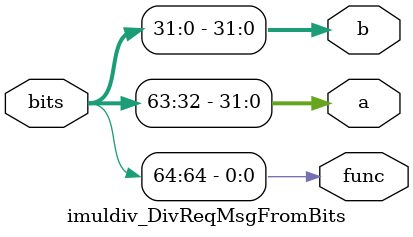
<source format=v>

`ifndef IMULDIV_DIVREQ_MSG_V
`define IMULDIV_DIVREQ_MSG_V


// Size of message

`define IMULDIV_DIVREQ_MSG_SZ              65

// Size and enums for each field

`define IMULDIV_DIVREQ_MSG_FUNC_SZ         1
`define IMULDIV_DIVREQ_MSG_FUNC_UNSIGNED   1'd0
`define IMULDIV_DIVREQ_MSG_FUNC_SIGNED     1'd1

`define IMULDIV_DIVREQ_MSG_A_SZ            32
`define IMULDIV_DIVREQ_MSG_B_SZ            32

// Location of each field

`define IMULDIV_DIVREQ_MSG_FUNC_FIELD      64
`define IMULDIV_DIVREQ_MSG_A_FIELD         63:32
`define IMULDIV_DIVREQ_MSG_B_FIELD         31:0

//------------------------------------------------------------------------
// Convert message to bits
//------------------------------------------------------------------------

module imuldiv_DivReqMsgToBits
(
  // Input message

  input [`IMULDIV_DIVREQ_MSG_FUNC_SZ-1:0] func,
  input [`IMULDIV_DIVREQ_MSG_A_SZ-1:0]    a,
  input [`IMULDIV_DIVREQ_MSG_B_SZ-1:0]    b,

  // Output bits

  output [`IMULDIV_DIVREQ_MSG_SZ-1:0] bits
);

  assign bits[`IMULDIV_DIVREQ_MSG_FUNC_FIELD] = func;
  assign bits[`IMULDIV_DIVREQ_MSG_A_FIELD]    = a;
  assign bits[`IMULDIV_DIVREQ_MSG_B_FIELD]    = b;

endmodule

//------------------------------------------------------------------------
// Convert message from bits
//------------------------------------------------------------------------

module imuldiv_DivReqMsgFromBits
(
  // Input bits

  input [`IMULDIV_DIVREQ_MSG_SZ-1:0] bits,

  // Output message

  output [`IMULDIV_DIVREQ_MSG_FUNC_SZ-1:0] func,
  output [`IMULDIV_DIVREQ_MSG_A_SZ-1:0]    a,
  output [`IMULDIV_DIVREQ_MSG_B_SZ-1:0]    b
);

  assign func = bits[`IMULDIV_DIVREQ_MSG_FUNC_FIELD];
  assign a    = bits[`IMULDIV_DIVREQ_MSG_A_FIELD];
  assign b    = bits[`IMULDIV_DIVREQ_MSG_B_FIELD];

endmodule

//------------------------------------------------------------------------
// Convert message to string
//------------------------------------------------------------------------

`ifndef SYNTHESIS
module imuldiv_DivReqMsgToStr
(
  input [`IMULDIV_DIVREQ_MSG_SZ-1:0] msg
);

  // Extract fields

  wire [`IMULDIV_DIVREQ_MSG_FUNC_SZ-1:0] func = msg[`IMULDIV_DIVREQ_MSG_FUNC_FIELD];
  wire [`IMULDIV_DIVREQ_MSG_A_SZ-1:0]    a    = msg[`IMULDIV_DIVREQ_MSG_A_FIELD];
  wire [`IMULDIV_DIVREQ_MSG_B_SZ-1:0]    b    = msg[`IMULDIV_DIVREQ_MSG_B_FIELD];

  // Short names

  localparam fn_unsigned = `IMULDIV_DIVREQ_MSG_FUNC_UNSIGNED;
  localparam fn_signed   = `IMULDIV_DIVREQ_MSG_FUNC_SIGNED;

  // Full string sized for 20 characters

  reg [20*8-1:0] full_str;
  always @(*) begin

    if ( msg === `IMULDIV_DIVREQ_MSG_SZ'bx )
      $sformat( full_str, "x            ");
    else begin
      case ( func )
        fn_signed   : $sformat( full_str, "div   %d, %d", a, b );
        fn_unsigned : $sformat( full_str, "divu  %d, %d", a, b );
        default     : $sformat( full_str, "undefined func" );
      endcase
    end

  end

  // Tiny string sized for 2 characters

  reg [2*8-1:0] tiny_str;
  always @(*) begin

    if ( msg === `IMULDIV_DIVREQ_MSG_SZ'bx )
      $sformat( tiny_str, "x ");
    else begin
      case ( func )
        fn_signed   : $sformat( tiny_str, "/ "  );
        fn_unsigned : $sformat( tiny_str, "/u"  );
        default     : $sformat( tiny_str, "??"  );
      endcase
    end

  end

endmodule
`endif /* SYNTHESIS */

`endif /* IMULDIV_MULDIVREQ_MSG_V */



</source>
